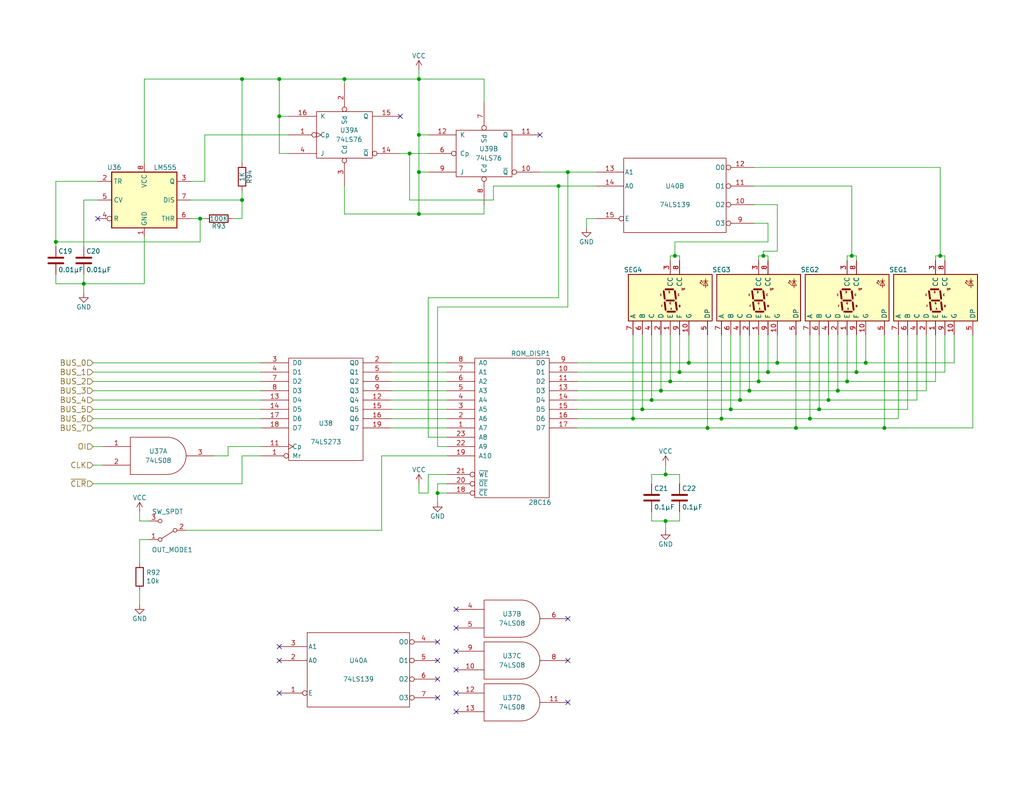
<source format=kicad_sch>
(kicad_sch (version 20211123) (generator eeschema)
  (paper "USLetter")
  (lib_symbols
    (symbol "8bit-computer:28C16" (pin_names (offset 1.016))
      (property "Reference" "U" (at 5.08 20.32 0))
      (property "Value" "28C16" (at 7.62 -20.32 0))
      (symbol "28C16_0_0"
        (pin power_in line (at 0 -20.32 90) (length 1.27) hide (name "GND") (number "12"))
        (pin power_in line (at 0 20.32 270) (length 1.27) hide (name "VCC") (number "24"))
      )
      (symbol "28C16_0_1"
        (rectangle (start -10.16 19.05) (end 10.16 -19.05))
      )
      (symbol "28C16_1_1"
        (pin input line (at -17.78 0 0) (length 7.62) (name "A7") (number "1"))
        (pin tri_state line (at 17.78 15.24 180) (length 7.62) (name "D1") (number "10"))
        (pin tri_state line (at 17.78 12.7 180) (length 7.62) (name "D2") (number "11"))
        (pin tri_state line (at 17.78 10.16 180) (length 7.62) (name "D3") (number "13"))
        (pin tri_state line (at 17.78 7.62 180) (length 7.62) (name "D4") (number "14"))
        (pin tri_state line (at 17.78 5.08 180) (length 7.62) (name "D5") (number "15"))
        (pin tri_state line (at 17.78 2.54 180) (length 7.62) (name "D6") (number "16"))
        (pin tri_state line (at 17.78 0 180) (length 7.62) (name "D7") (number "17"))
        (pin input inverted (at -17.78 -17.78 0) (length 7.62) (name "~{CE}") (number "18"))
        (pin input line (at -17.78 -7.62 0) (length 7.62) (name "A10") (number "19"))
        (pin input line (at -17.78 2.54 0) (length 7.62) (name "A6") (number "2"))
        (pin input inverted (at -17.78 -15.24 0) (length 7.62) (name "~{OE}") (number "20"))
        (pin input inverted (at -17.78 -12.7 0) (length 7.62) (name "~{WE}") (number "21"))
        (pin input line (at -17.78 -5.08 0) (length 7.62) (name "A9") (number "22"))
        (pin input line (at -17.78 -2.54 0) (length 7.62) (name "A8") (number "23"))
        (pin input line (at -17.78 5.08 0) (length 7.62) (name "A5") (number "3"))
        (pin input line (at -17.78 7.62 0) (length 7.62) (name "A4") (number "4"))
        (pin input line (at -17.78 10.16 0) (length 7.62) (name "A3") (number "5"))
        (pin input line (at -17.78 12.7 0) (length 7.62) (name "A2") (number "6"))
        (pin input line (at -17.78 15.24 0) (length 7.62) (name "A1") (number "7"))
        (pin input line (at -17.78 17.78 0) (length 7.62) (name "A0") (number "8"))
        (pin tri_state line (at 17.78 17.78 180) (length 7.62) (name "D0") (number "9"))
      )
    )
    (symbol "8bit-computer:74LS08" (pin_names (offset 0.762))
      (property "Reference" "U" (at 0 1.27 0))
      (property "Value" "74LS08" (at 0 -1.27 0))
      (symbol "74LS08_0_0"
        (pin power_in line (at -5.08 5.08 90) (length 0) hide (name "VCC") (number "14"))
        (pin power_in line (at -5.08 -5.08 90) (length 0) hide (name "GND") (number "7"))
      )
      (symbol "74LS08_0_1"
        (polyline (pts (xy 2.54 5.08) (xy -7.62 5.08) (xy -7.62 -5.08) (xy 2.54 -5.08)))
        (arc (start 2.5654 -5.0546) (mid 7.5947 0.0127) (end 2.5654 5.08))
      )
      (symbol "74LS08_0_2"
        (arc (start -7.62 -5.0292) (mid -5.3094 0.0127) (end -7.62 5.0546))
        (arc (start 0 -5.0546) (mid 4.5649 -3.6437) (end 7.5946 0.0508))
        (polyline (pts (xy -7.62 -5.08) (xy 0 -5.08)))
        (polyline (pts (xy -7.62 5.08) (xy 0 5.08)))
        (arc (start 7.62 0) (mid 4.6112 3.6959) (end 0.0508 5.08))
      )
      (symbol "74LS08_1_1"
        (pin input line (at -15.24 2.54 0) (length 7.62) (name "~") (number "1"))
        (pin input line (at -15.24 -2.54 0) (length 7.62) (name "~") (number "2"))
        (pin output line (at 15.24 0 180) (length 7.62) (name "~") (number "3"))
      )
      (symbol "74LS08_1_2"
        (pin input inverted (at -15.24 2.54 0) (length 9.398) (name "~") (number "1"))
        (pin input inverted (at -15.24 -2.54 0) (length 9.398) (name "~") (number "2"))
        (pin output inverted (at 15.24 0 180) (length 7.62) (name "~") (number "3"))
      )
      (symbol "74LS08_2_1"
        (pin input line (at -15.24 2.54 0) (length 7.62) (name "~") (number "4"))
        (pin input line (at -15.24 -2.54 0) (length 7.62) (name "~") (number "5"))
        (pin output line (at 15.24 0 180) (length 7.62) (name "~") (number "6"))
      )
      (symbol "74LS08_2_2"
        (pin input inverted (at -15.24 2.54 0) (length 9.398) (name "~") (number "4"))
        (pin input inverted (at -15.24 -2.54 0) (length 9.398) (name "~") (number "5"))
        (pin output inverted (at 15.24 0 180) (length 7.62) (name "~") (number "6"))
      )
      (symbol "74LS08_3_1"
        (pin input line (at -15.24 -2.54 0) (length 7.62) (name "~") (number "10"))
        (pin output line (at 15.24 0 180) (length 7.62) (name "~") (number "8"))
        (pin input line (at -15.24 2.54 0) (length 7.62) (name "~") (number "9"))
      )
      (symbol "74LS08_3_2"
        (pin input inverted (at -15.24 -2.54 0) (length 9.398) (name "~") (number "10"))
        (pin output inverted (at 15.24 0 180) (length 7.62) (name "~") (number "8"))
        (pin input inverted (at -15.24 2.54 0) (length 9.398) (name "~") (number "9"))
      )
      (symbol "74LS08_4_1"
        (pin output line (at 15.24 0 180) (length 7.62) (name "~") (number "11"))
        (pin input line (at -15.24 2.54 0) (length 7.62) (name "~") (number "12"))
        (pin input line (at -15.24 -2.54 0) (length 7.62) (name "~") (number "13"))
      )
      (symbol "74LS08_4_2"
        (pin output inverted (at 15.24 0 180) (length 7.62) (name "~") (number "11"))
        (pin input inverted (at -15.24 2.54 0) (length 9.398) (name "~") (number "12"))
        (pin input inverted (at -15.24 -2.54 0) (length 9.398) (name "~") (number "13"))
      )
    )
    (symbol "8bit-computer:74LS139" (pin_names (offset 0.254))
      (property "Reference" "U" (at 0 2.54 0))
      (property "Value" "74LS139" (at 0 -2.54 0))
      (symbol "74LS139_0_0"
        (rectangle (start -13.97 -10.16) (end 13.97 10.16))
        (pin power_in line (at -11.43 10.16 90) (length 0) hide (name "VCC") (number "16"))
        (pin power_in line (at -11.43 -10.16 90) (length 0) hide (name "GND") (number "8"))
      )
      (symbol "74LS139_1_1"
        (pin input inverted (at -21.59 -6.35 0) (length 7.62) (name "E") (number "1"))
        (pin input line (at -21.59 2.54 0) (length 7.62) (name "A0") (number "2"))
        (pin input line (at -21.59 6.35 0) (length 7.62) (name "A1") (number "3"))
        (pin output inverted (at 21.59 7.62 180) (length 7.62) (name "O0") (number "4"))
        (pin output inverted (at 21.59 2.54 180) (length 7.62) (name "O1") (number "5"))
        (pin output inverted (at 21.59 -2.54 180) (length 7.62) (name "O2") (number "6"))
        (pin output inverted (at 21.59 -7.62 180) (length 7.62) (name "O3") (number "7"))
      )
      (symbol "74LS139_2_1"
        (pin output inverted (at 21.59 -2.54 180) (length 7.62) (name "O2") (number "10"))
        (pin output inverted (at 21.59 2.54 180) (length 7.62) (name "O1") (number "11"))
        (pin output inverted (at 21.59 7.62 180) (length 7.62) (name "O0") (number "12"))
        (pin input line (at -21.59 6.35 0) (length 7.62) (name "A1") (number "13"))
        (pin input line (at -21.59 2.54 0) (length 7.62) (name "A0") (number "14"))
        (pin input inverted (at -21.59 -6.35 0) (length 7.62) (name "E") (number "15"))
        (pin output inverted (at 21.59 -7.62 180) (length 7.62) (name "O3") (number "9"))
      )
    )
    (symbol "8bit-computer:74LS273" (pin_names (offset 1.016))
      (property "Reference" "U" (at 0 -3.81 0))
      (property "Value" "74LS273" (at 0 -8.89 0))
      (symbol "74LS273_0_0"
        (pin power_in line (at -7.62 -13.97 90) (length 0) hide (name "GND") (number "10"))
        (pin power_in line (at -7.62 13.97 90) (length 0) hide (name "VCC") (number "20"))
      )
      (symbol "74LS273_0_1"
        (rectangle (start -10.16 13.97) (end 10.16 -13.97))
      )
      (symbol "74LS273_1_1"
        (pin input inverted (at -17.78 -12.7 0) (length 7.62) (name "Mr") (number "1"))
        (pin input clock (at -17.78 -10.16 0) (length 7.62) (name "Cp") (number "11"))
        (pin output line (at 17.78 2.54 180) (length 7.62) (name "Q4") (number "12"))
        (pin input line (at -17.78 2.54 0) (length 7.62) (name "D4") (number "13"))
        (pin input line (at -17.78 0 0) (length 7.62) (name "D5") (number "14"))
        (pin output line (at 17.78 0 180) (length 7.62) (name "Q5") (number "15"))
        (pin output line (at 17.78 -2.54 180) (length 7.62) (name "Q6") (number "16"))
        (pin input line (at -17.78 -2.54 0) (length 7.62) (name "D6") (number "17"))
        (pin input line (at -17.78 -5.08 0) (length 7.62) (name "D7") (number "18"))
        (pin output line (at 17.78 -5.08 180) (length 7.62) (name "Q7") (number "19"))
        (pin output line (at 17.78 12.7 180) (length 7.62) (name "Q0") (number "2"))
        (pin input line (at -17.78 12.7 0) (length 7.62) (name "D0") (number "3"))
        (pin input line (at -17.78 10.16 0) (length 7.62) (name "D1") (number "4"))
        (pin output line (at 17.78 10.16 180) (length 7.62) (name "Q1") (number "5"))
        (pin output line (at 17.78 7.62 180) (length 7.62) (name "Q2") (number "6"))
        (pin input line (at -17.78 7.62 0) (length 7.62) (name "D2") (number "7"))
        (pin input line (at -17.78 5.08 0) (length 7.62) (name "D3") (number "8"))
        (pin output line (at 17.78 5.08 180) (length 7.62) (name "Q3") (number "9"))
      )
    )
    (symbol "8bit-computer:74LS76" (pin_names (offset 1.016))
      (property "Reference" "U" (at 1.27 1.27 0))
      (property "Value" "74LS76" (at 1.27 -1.27 0))
      (symbol "74LS76_0_0"
        (pin power_in line (at -5.08 -6.35 90) (length 0) hide (name "GND") (number "13"))
        (pin power_in line (at -5.08 6.35 90) (length 0) hide (name "VCC") (number "5"))
      )
      (symbol "74LS76_0_1"
        (rectangle (start -7.62 6.35) (end 7.62 -6.35))
      )
      (symbol "74LS76_1_1"
        (pin input inverted_clock (at -15.24 0 0) (length 7.62) (name "Cp") (number "1"))
        (pin output inverted (at 15.24 -5.08 180) (length 7.62) (name "~{Q}") (number "14"))
        (pin output line (at 15.24 5.08 180) (length 7.62) (name "Q") (number "15"))
        (pin input line (at -15.24 5.08 0) (length 7.62) (name "K") (number "16"))
        (pin input inverted (at 0 13.97 270) (length 7.62) (name "Sd") (number "2"))
        (pin input inverted (at 0 -13.97 90) (length 7.62) (name "Cd") (number "3"))
        (pin input line (at -15.24 -5.08 0) (length 7.62) (name "J") (number "4"))
      )
      (symbol "74LS76_2_1"
        (pin output inverted (at 15.24 -5.08 180) (length 7.62) (name "~{Q}") (number "10"))
        (pin output line (at 15.24 5.08 180) (length 7.62) (name "Q") (number "11"))
        (pin input line (at -15.24 5.08 0) (length 7.62) (name "K") (number "12"))
        (pin input inverted (at -15.24 0 0) (length 7.62) (name "Cp") (number "6"))
        (pin input inverted (at 0 13.97 270) (length 7.62) (name "Sd") (number "7"))
        (pin input inverted (at 0 -13.97 90) (length 7.62) (name "Cd") (number "8"))
        (pin input line (at -15.24 -5.08 0) (length 7.62) (name "J") (number "9"))
      )
    )
    (symbol "8bit-computer:7SEGMENT_CC" (pin_names (offset 0.635))
      (property "Reference" "U" (at -12.7 9.525 0))
      (property "Value" "7SEGMENT_CC" (at -12.7 7.62 0))
      (symbol "7SEGMENT_CC_0_0"
        (text "A" (at 0.254 3.048 0) (effects (font (size 0.508 0.508))))
        (text "B" (at 2.54 2.286 0) (effects (font (size 0.508 0.508))))
        (text "C" (at 2.286 -0.762 0) (effects (font (size 0.508 0.508))))
        (text "D" (at -0.254 -1.524 0) (effects (font (size 0.508 0.508))))
        (text "DP" (at 3.556 -2.286 0) (effects (font (size 0.508 0.508))))
        (text "E" (at -2.54 -0.762 0) (effects (font (size 0.508 0.508))))
        (text "F" (at -2.286 2.286 0) (effects (font (size 0.508 0.508))))
        (text "G" (at 0 1.524 0) (effects (font (size 0.508 0.508))))
      )
      (symbol "7SEGMENT_CC_0_1"
        (rectangle (start -11.43 -6.35) (end 11.43 6.35) (stroke (width 0.254)) (fill (type background)))
        (polyline (pts (xy -1.524 0.254) (xy -1.778 -1.778)) (stroke (width 0.508)))
        (polyline (pts (xy -1.27 -2.286) (xy 0.762 -2.286)) (stroke (width 0.508)))
        (polyline (pts (xy -1.27 3.302) (xy -1.524 1.27)) (stroke (width 0.508)))
        (polyline (pts (xy -1.016 0.762) (xy 1.016 0.762)) (stroke (width 0.508)))
        (polyline (pts (xy -0.762 3.81) (xy 1.27 3.81)) (stroke (width 0.508)))
        (polyline (pts (xy 1.524 0.254) (xy 1.27 -1.778)) (stroke (width 0.508)))
        (polyline (pts (xy 1.778 3.302) (xy 1.524 1.27)) (stroke (width 0.508)))
        (polyline (pts (xy 2.54 -2.286) (xy 2.54 -2.286)) (stroke (width 0.508)))
        (polyline (pts (xy 8.763 -3.556) (xy 8.128 -4.191)))
        (polyline (pts (xy 9.017 -4.572) (xy 10.287 -4.572)))
        (polyline (pts (xy 9.017 -4.064) (xy 8.382 -4.699)))
        (polyline (pts (xy 9.652 -5.207) (xy 9.652 -2.667)))
        (polyline (pts (xy 8.128 -3.937) (xy 8.128 -4.191) (xy 8.382 -4.191)))
        (polyline (pts (xy 8.382 -4.445) (xy 8.382 -4.699) (xy 8.636 -4.699)))
        (polyline (pts (xy 9.017 -3.302) (xy 10.287 -3.302) (xy 9.652 -4.572) (xy 9.017 -3.302)))
      )
      (symbol "7SEGMENT_CC_1_1"
        (pin input line (at 0 10.16 270) (length 3.81) (name "E") (number "1"))
        (pin input line (at 5.08 10.16 270) (length 3.81) (name "G") (number "10"))
        (pin input line (at -2.54 10.16 270) (length 3.81) (name "D") (number "2"))
        (pin input line (at 0 -10.16 90) (length 3.81) (name "CC") (number "3"))
        (pin input line (at -5.08 10.16 270) (length 3.81) (name "C") (number "4"))
        (pin input line (at 10.16 10.16 270) (length 3.81) (name "DP") (number "5"))
        (pin input line (at -7.62 10.16 270) (length 3.81) (name "B") (number "6"))
        (pin input line (at -10.16 10.16 270) (length 3.81) (name "A") (number "7"))
        (pin input line (at 2.54 -10.16 90) (length 3.81) (name "CC") (number "8"))
        (pin input line (at 2.54 10.16 270) (length 3.81) (name "F") (number "9"))
      )
    )
    (symbol "8bit-computer:LM555"
      (property "Reference" "U" (at -10.16 8.89 0))
      (property "Value" "LM555" (at 2.54 8.89 0))
      (symbol "LM555_0_0"
        (pin power_in line (at 0 -10.16 90) (length 2.54) (name "GND") (number "1"))
        (pin power_in line (at 0 10.16 270) (length 2.54) (name "VCC") (number "8"))
      )
      (symbol "LM555_0_1"
        (rectangle (start -8.89 -7.62) (end 8.89 7.62) (stroke (width 0.254)) (fill (type background)))
        (rectangle (start -8.89 -7.62) (end 8.89 7.62) (stroke (width 0.254)) (fill (type background)))
      )
      (symbol "LM555_1_1"
        (pin input line (at -12.7 5.08 0) (length 3.81) (name "TR") (number "2"))
        (pin output line (at 12.7 5.08 180) (length 3.81) (name "Q") (number "3"))
        (pin input inverted (at -12.7 -5.08 0) (length 3.81) (name "R") (number "4"))
        (pin input line (at -12.7 0 0) (length 3.81) (name "CV") (number "5"))
        (pin input line (at 12.7 -5.08 180) (length 3.81) (name "THR") (number "6"))
        (pin input line (at 12.7 0 180) (length 3.81) (name "DIS") (number "7"))
      )
    )
    (symbol "8bit-computer:SW_SPDT" (pin_names (offset 0) hide)
      (property "Reference" "SW" (at 0 4.318 0))
      (property "Value" "SW_SPDT" (at 0 -5.08 0))
      (symbol "SW_SPDT_0_0"
        (circle (center -2.032 0) (radius 0.508))
        (circle (center 2.032 -2.54) (radius 0.508))
      )
      (symbol "SW_SPDT_0_1"
        (polyline (pts (xy -1.524 0.254) (xy 1.651 2.286)))
        (circle (center 2.032 2.54) (radius 0.508))
      )
      (symbol "SW_SPDT_1_1"
        (pin passive line (at 5.08 2.54 180) (length 2.54) (name "A") (number "1"))
        (pin passive line (at -5.08 0 0) (length 2.54) (name "B") (number "2"))
        (pin passive line (at 5.08 -2.54 180) (length 2.54) (name "C") (number "3"))
      )
    )
    (symbol "Device:C" (pin_numbers hide) (pin_names (offset 0.254))
      (property "Reference" "C" (at 0.635 2.54 0))
      (property "Value" "C" (at 0.635 -2.54 0))
      (symbol "C_0_1"
        (polyline (pts (xy -2.032 -0.762) (xy 2.032 -0.762)) (stroke (width 0.508)))
        (polyline (pts (xy -2.032 0.762) (xy 2.032 0.762)) (stroke (width 0.508)))
      )
      (symbol "C_1_1"
        (pin passive line (at 0 3.81 270) (length 2.794) (name "~") (number "1"))
        (pin passive line (at 0 -3.81 90) (length 2.794) (name "~") (number "2"))
      )
    )
    (symbol "Device:R" (pin_numbers hide) (pin_names (offset 0))
      (property "Reference" "R" (at 2.032 0 90))
      (property "Value" "R" (at 0 0 90))
      (symbol "R_0_1"
        (rectangle (start -1.016 -2.54) (end 1.016 2.54) (stroke (width 0.254)))
      )
      (symbol "R_1_1"
        (pin passive line (at 0 3.81 270) (length 1.27) (name "~") (number "1"))
        (pin passive line (at 0 -3.81 90) (length 1.27) (name "~") (number "2"))
      )
    )
    (symbol "power:GND" (power) (pin_names (offset 0))
      (property "Value" "GND" (at 0 -3.81 0))
      (symbol "GND_0_1"
        (polyline (pts (xy 0 0) (xy 0 -1.27) (xy 1.27 -1.27) (xy 0 -2.54) (xy -1.27 -1.27) (xy 0 -1.27)))
      )
      (symbol "GND_1_1"
        (pin power_in line (at 0 0 270) (length 0) hide (name "GND") (number "1"))
      )
    )
    (symbol "power:VCC" (power) (pin_names (offset 0))
      (property "Value" "VCC" (at 0 3.81 0))
      (symbol "VCC_0_1"
        (polyline (pts (xy -0.762 1.27) (xy 0 2.54)))
        (polyline (pts (xy 0 0) (xy 0 2.54)))
        (polyline (pts (xy 0 2.54) (xy 0.762 1.27)))
      )
      (symbol "VCC_1_1"
        (pin power_in line (at 0 0 90) (length 0) hide (name "VCC") (number "1"))
      )
    )
  )
  (junction (at 54.61 59.69))
  (junction (at 114.3 36.83))
  (junction (at 180.34 106.68))
  (junction (at 93.98 21.59))
  (junction (at 114.3 46.99))
  (junction (at 231.14 104.14))
  (junction (at 233.68 101.6))
  (junction (at 181.61 142.24))
  (junction (at 175.26 111.76))
  (junction (at 66.04 54.61))
  (junction (at 196.85 114.3))
  (junction (at 217.17 116.84))
  (junction (at 152.4 50.8))
  (junction (at 182.88 104.14))
  (junction (at 187.96 99.06))
  (junction (at 119.38 134.62))
  (junction (at 209.55 101.6))
  (junction (at 181.61 129.54))
  (junction (at 201.93 109.22))
  (junction (at 228.6 106.68))
  (junction (at 22.86 77.47))
  (junction (at 66.04 21.59))
  (junction (at 236.22 99.06))
  (junction (at 185.42 101.6))
  (junction (at 241.3 116.84))
  (junction (at 184.15 69.85))
  (junction (at 226.06 109.22))
  (junction (at 256.54 69.85))
  (junction (at 212.09 99.06))
  (junction (at 114.3 21.59))
  (junction (at 111.76 41.91))
  (junction (at 114.3 58.42))
  (junction (at 223.52 111.76))
  (junction (at 15.24 66.04))
  (junction (at 204.47 106.68))
  (junction (at 154.94 46.99))
  (junction (at 193.04 116.84))
  (junction (at 172.72 114.3))
  (junction (at 76.2 31.75))
  (junction (at 208.28 69.85))
  (junction (at 220.98 114.3))
  (junction (at 207.01 104.14))
  (junction (at 232.41 69.85))
  (junction (at 76.2 21.59))
  (junction (at 177.8 109.22))
  (junction (at 199.39 111.76))
  (no_connect (at 76.2 176.53))
  (no_connect (at 124.46 189.23))
  (no_connect (at 124.46 194.31))
  (no_connect (at 154.94 191.77))
  (no_connect (at 119.38 190.5))
  (no_connect (at 119.38 185.42))
  (no_connect (at 147.32 36.83))
  (no_connect (at 154.94 168.91))
  (no_connect (at 119.38 180.34))
  (no_connect (at 76.2 180.34))
  (no_connect (at 124.46 166.37))
  (no_connect (at 76.2 189.23))
  (no_connect (at 124.46 182.88))
  (no_connect (at 124.46 177.8))
  (no_connect (at 26.67 59.69))
  (no_connect (at 154.94 180.34))
  (no_connect (at 109.22 31.75))
  (no_connect (at 119.38 175.26))
  (no_connect (at 124.46 171.45))
  (wire (pts (xy 25.4 116.84) (xy 71.12 116.84)))
  (wire (pts (xy 193.04 91.44) (xy 193.04 116.84)))
  (wire (pts (xy 106.68 116.84) (xy 121.92 116.84)))
  (wire (pts (xy 184.15 69.85) (xy 185.42 69.85)))
  (wire (pts (xy 54.61 59.69) (xy 54.61 66.04)))
  (wire (pts (xy 114.3 21.59) (xy 132.08 21.59)))
  (wire (pts (xy 25.4 106.68) (xy 71.12 106.68)))
  (wire (pts (xy 184.15 69.85) (xy 184.15 66.04)))
  (wire (pts (xy 231.14 104.14) (xy 255.27 104.14)))
  (wire (pts (xy 121.92 106.68) (xy 106.68 106.68)))
  (wire (pts (xy 132.08 21.59) (xy 132.08 27.94)))
  (wire (pts (xy 260.35 99.06) (xy 260.35 91.44)))
  (wire (pts (xy 76.2 31.75) (xy 78.74 31.75)))
  (wire (pts (xy 177.8 109.22) (xy 201.93 109.22)))
  (wire (pts (xy 220.98 114.3) (xy 220.98 91.44)))
  (wire (pts (xy 114.3 19.05) (xy 114.3 21.59)))
  (wire (pts (xy 157.48 104.14) (xy 182.88 104.14)))
  (wire (pts (xy 71.12 109.22) (xy 25.4 109.22)))
  (wire (pts (xy 255.27 69.85) (xy 256.54 69.85)))
  (wire (pts (xy 185.42 129.54) (xy 185.42 132.08)))
  (wire (pts (xy 204.47 106.68) (xy 204.47 91.44)))
  (wire (pts (xy 38.1 142.24) (xy 40.64 142.24)))
  (wire (pts (xy 175.26 111.76) (xy 199.39 111.76)))
  (wire (pts (xy 106.68 109.22) (xy 121.92 109.22)))
  (wire (pts (xy 104.14 124.46) (xy 121.92 124.46)))
  (wire (pts (xy 93.98 58.42) (xy 114.3 58.42)))
  (wire (pts (xy 157.48 109.22) (xy 177.8 109.22)))
  (wire (pts (xy 212.09 99.06) (xy 212.09 91.44)))
  (wire (pts (xy 25.4 101.6) (xy 71.12 101.6)))
  (wire (pts (xy 111.76 41.91) (xy 111.76 54.61)))
  (wire (pts (xy 162.56 59.69) (xy 160.02 59.69)))
  (wire (pts (xy 119.38 83.82) (xy 154.94 83.82)))
  (wire (pts (xy 76.2 21.59) (xy 93.98 21.59)))
  (wire (pts (xy 93.98 21.59) (xy 93.98 22.86)))
  (wire (pts (xy 160.02 59.69) (xy 160.02 62.23)))
  (wire (pts (xy 15.24 74.93) (xy 15.24 77.47)))
  (wire (pts (xy 207.01 71.12) (xy 207.01 69.85)))
  (wire (pts (xy 152.4 50.8) (xy 162.56 50.8)))
  (wire (pts (xy 207.01 69.85) (xy 208.28 69.85)))
  (wire (pts (xy 184.15 66.04) (xy 209.55 66.04)))
  (wire (pts (xy 66.04 54.61) (xy 66.04 59.69)))
  (wire (pts (xy 15.24 77.47) (xy 22.86 77.47)))
  (wire (pts (xy 223.52 111.76) (xy 247.65 111.76)))
  (wire (pts (xy 66.04 21.59) (xy 66.04 44.45)))
  (wire (pts (xy 193.04 116.84) (xy 217.17 116.84)))
  (wire (pts (xy 217.17 116.84) (xy 217.17 91.44)))
  (wire (pts (xy 119.38 134.62) (xy 121.92 134.62)))
  (wire (pts (xy 177.8 139.7) (xy 177.8 142.24)))
  (wire (pts (xy 226.06 109.22) (xy 250.19 109.22)))
  (wire (pts (xy 157.48 101.6) (xy 185.42 101.6)))
  (wire (pts (xy 231.14 71.12) (xy 231.14 69.85)))
  (wire (pts (xy 196.85 114.3) (xy 196.85 91.44)))
  (wire (pts (xy 208.28 69.85) (xy 209.55 69.85)))
  (wire (pts (xy 106.68 104.14) (xy 121.92 104.14)))
  (wire (pts (xy 157.48 114.3) (xy 172.72 114.3)))
  (wire (pts (xy 58.42 124.46) (xy 62.23 124.46)))
  (wire (pts (xy 205.74 45.72) (xy 256.54 45.72)))
  (wire (pts (xy 106.68 99.06) (xy 121.92 99.06)))
  (wire (pts (xy 15.24 49.53) (xy 15.24 66.04)))
  (wire (pts (xy 119.38 134.62) (xy 119.38 137.16)))
  (wire (pts (xy 182.88 69.85) (xy 184.15 69.85)))
  (wire (pts (xy 22.86 77.47) (xy 22.86 80.01)))
  (wire (pts (xy 232.41 69.85) (xy 232.41 50.8)))
  (wire (pts (xy 177.8 142.24) (xy 181.61 142.24)))
  (wire (pts (xy 39.37 77.47) (xy 39.37 64.77)))
  (wire (pts (xy 25.4 121.92) (xy 27.94 121.92)))
  (wire (pts (xy 38.1 161.29) (xy 38.1 165.1)))
  (wire (pts (xy 199.39 111.76) (xy 199.39 91.44)))
  (wire (pts (xy 257.81 101.6) (xy 257.81 91.44)))
  (wire (pts (xy 114.3 58.42) (xy 132.08 58.42)))
  (wire (pts (xy 223.52 111.76) (xy 223.52 91.44)))
  (wire (pts (xy 185.42 69.85) (xy 185.42 71.12)))
  (wire (pts (xy 106.68 114.3) (xy 121.92 114.3)))
  (wire (pts (xy 256.54 45.72) (xy 256.54 69.85)))
  (wire (pts (xy 71.12 104.14) (xy 25.4 104.14)))
  (wire (pts (xy 114.3 46.99) (xy 116.84 46.99)))
  (wire (pts (xy 209.55 66.04) (xy 209.55 60.96)))
  (wire (pts (xy 201.93 109.22) (xy 226.06 109.22)))
  (wire (pts (xy 250.19 109.22) (xy 250.19 91.44)))
  (wire (pts (xy 66.04 59.69) (xy 63.5 59.69)))
  (wire (pts (xy 121.92 111.76) (xy 106.68 111.76)))
  (wire (pts (xy 252.73 106.68) (xy 252.73 91.44)))
  (wire (pts (xy 181.61 142.24) (xy 181.61 144.78)))
  (wire (pts (xy 236.22 99.06) (xy 260.35 99.06)))
  (wire (pts (xy 106.68 101.6) (xy 121.92 101.6)))
  (wire (pts (xy 157.48 111.76) (xy 175.26 111.76)))
  (wire (pts (xy 199.39 111.76) (xy 223.52 111.76)))
  (wire (pts (xy 232.41 69.85) (xy 233.68 69.85)))
  (wire (pts (xy 134.62 50.8) (xy 152.4 50.8)))
  (wire (pts (xy 50.8 144.78) (xy 104.14 144.78)))
  (wire (pts (xy 180.34 106.68) (xy 204.47 106.68)))
  (wire (pts (xy 15.24 66.04) (xy 15.24 67.31)))
  (wire (pts (xy 93.98 50.8) (xy 93.98 58.42)))
  (wire (pts (xy 245.11 114.3) (xy 245.11 91.44)))
  (wire (pts (xy 209.55 69.85) (xy 209.55 71.12)))
  (wire (pts (xy 54.61 59.69) (xy 55.88 59.69)))
  (wire (pts (xy 25.4 111.76) (xy 71.12 111.76)))
  (wire (pts (xy 116.84 134.62) (xy 116.84 129.54)))
  (wire (pts (xy 39.37 21.59) (xy 39.37 44.45)))
  (wire (pts (xy 255.27 104.14) (xy 255.27 91.44)))
  (wire (pts (xy 26.67 49.53) (xy 15.24 49.53)))
  (wire (pts (xy 212.09 55.88) (xy 205.74 55.88)))
  (wire (pts (xy 185.42 101.6) (xy 209.55 101.6)))
  (wire (pts (xy 209.55 60.96) (xy 205.74 60.96)))
  (wire (pts (xy 40.64 147.32) (xy 38.1 147.32)))
  (wire (pts (xy 66.04 21.59) (xy 76.2 21.59)))
  (wire (pts (xy 114.3 132.08) (xy 114.3 134.62)))
  (wire (pts (xy 116.84 81.28) (xy 116.84 119.38)))
  (wire (pts (xy 38.1 147.32) (xy 38.1 153.67)))
  (wire (pts (xy 93.98 21.59) (xy 114.3 21.59)))
  (wire (pts (xy 154.94 83.82) (xy 154.94 46.99)))
  (wire (pts (xy 119.38 132.08) (xy 119.38 134.62)))
  (wire (pts (xy 52.07 49.53) (xy 55.88 49.53)))
  (wire (pts (xy 233.68 101.6) (xy 257.81 101.6)))
  (wire (pts (xy 241.3 116.84) (xy 241.3 91.44)))
  (wire (pts (xy 22.86 77.47) (xy 39.37 77.47)))
  (wire (pts (xy 157.48 106.68) (xy 180.34 106.68)))
  (wire (pts (xy 55.88 36.83) (xy 78.74 36.83)))
  (wire (pts (xy 116.84 129.54) (xy 121.92 129.54)))
  (wire (pts (xy 177.8 132.08) (xy 177.8 129.54)))
  (wire (pts (xy 134.62 50.8) (xy 134.62 54.61)))
  (wire (pts (xy 247.65 111.76) (xy 247.65 91.44)))
  (wire (pts (xy 62.23 121.92) (xy 71.12 121.92)))
  (wire (pts (xy 66.04 132.08) (xy 66.04 124.46)))
  (wire (pts (xy 212.09 68.58) (xy 212.09 55.88)))
  (wire (pts (xy 52.07 59.69) (xy 54.61 59.69)))
  (wire (pts (xy 228.6 106.68) (xy 228.6 91.44)))
  (wire (pts (xy 172.72 91.44) (xy 172.72 114.3)))
  (wire (pts (xy 26.67 54.61) (xy 22.86 54.61)))
  (wire (pts (xy 181.61 127) (xy 181.61 129.54)))
  (wire (pts (xy 226.06 109.22) (xy 226.06 91.44)))
  (wire (pts (xy 208.28 68.58) (xy 212.09 68.58)))
  (wire (pts (xy 177.8 129.54) (xy 181.61 129.54)))
  (wire (pts (xy 256.54 69.85) (xy 257.81 69.85)))
  (wire (pts (xy 233.68 69.85) (xy 233.68 71.12)))
  (wire (pts (xy 54.61 66.04) (xy 15.24 66.04)))
  (wire (pts (xy 187.96 99.06) (xy 187.96 91.44)))
  (wire (pts (xy 220.98 114.3) (xy 245.11 114.3)))
  (wire (pts (xy 231.14 104.14) (xy 231.14 91.44)))
  (wire (pts (xy 209.55 101.6) (xy 233.68 101.6)))
  (wire (pts (xy 207.01 104.14) (xy 231.14 104.14)))
  (wire (pts (xy 114.3 36.83) (xy 116.84 36.83)))
  (wire (pts (xy 147.32 46.99) (xy 154.94 46.99)))
  (wire (pts (xy 208.28 69.85) (xy 208.28 68.58)))
  (wire (pts (xy 111.76 41.91) (xy 116.84 41.91)))
  (wire (pts (xy 236.22 99.06) (xy 236.22 91.44)))
  (wire (pts (xy 114.3 36.83) (xy 114.3 46.99)))
  (wire (pts (xy 181.61 129.54) (xy 185.42 129.54)))
  (wire (pts (xy 116.84 119.38) (xy 121.92 119.38)))
  (wire (pts (xy 39.37 21.59) (xy 66.04 21.59)))
  (wire (pts (xy 22.86 54.61) (xy 22.86 67.31)))
  (wire (pts (xy 181.61 142.24) (xy 185.42 142.24)))
  (wire (pts (xy 233.68 91.44) (xy 233.68 101.6)))
  (wire (pts (xy 66.04 52.07) (xy 66.04 54.61)))
  (wire (pts (xy 25.4 127) (xy 27.94 127)))
  (wire (pts (xy 231.14 69.85) (xy 232.41 69.85)))
  (wire (pts (xy 232.41 50.8) (xy 205.74 50.8)))
  (wire (pts (xy 52.07 54.61) (xy 66.04 54.61)))
  (wire (pts (xy 255.27 71.12) (xy 255.27 69.85)))
  (wire (pts (xy 182.88 91.44) (xy 182.88 104.14)))
  (wire (pts (xy 55.88 49.53) (xy 55.88 36.83)))
  (wire (pts (xy 172.72 114.3) (xy 196.85 114.3)))
  (wire (pts (xy 180.34 106.68) (xy 180.34 91.44)))
  (wire (pts (xy 119.38 83.82) (xy 119.38 121.92)))
  (wire (pts (xy 114.3 46.99) (xy 114.3 58.42)))
  (wire (pts (xy 25.4 132.08) (xy 66.04 132.08)))
  (wire (pts (xy 119.38 121.92) (xy 121.92 121.92)))
  (wire (pts (xy 185.42 142.24) (xy 185.42 139.7)))
  (wire (pts (xy 76.2 21.59) (xy 76.2 31.75)))
  (wire (pts (xy 132.08 58.42) (xy 132.08 55.88)))
  (wire (pts (xy 204.47 106.68) (xy 228.6 106.68)))
  (wire (pts (xy 257.81 69.85) (xy 257.81 71.12)))
  (wire (pts (xy 209.55 91.44) (xy 209.55 101.6)))
  (wire (pts (xy 177.8 109.22) (xy 177.8 91.44)))
  (wire (pts (xy 201.93 109.22) (xy 201.93 91.44)))
  (wire (pts (xy 182.88 71.12) (xy 182.88 69.85)))
  (wire (pts (xy 152.4 81.28) (xy 116.84 81.28)))
  (wire (pts (xy 241.3 116.84) (xy 265.43 116.84)))
  (wire (pts (xy 185.42 101.6) (xy 185.42 91.44)))
  (wire (pts (xy 187.96 99.06) (xy 212.09 99.06)))
  (wire (pts (xy 22.86 74.93) (xy 22.86 77.47)))
  (wire (pts (xy 175.26 111.76) (xy 175.26 91.44)))
  (wire (pts (xy 76.2 31.75) (xy 76.2 41.91)))
  (wire (pts (xy 76.2 41.91) (xy 78.74 41.91)))
  (wire (pts (xy 217.17 116.84) (xy 241.3 116.84)))
  (wire (pts (xy 196.85 114.3) (xy 220.98 114.3)))
  (wire (pts (xy 38.1 139.7) (xy 38.1 142.24)))
  (wire (pts (xy 114.3 134.62) (xy 116.84 134.62)))
  (wire (pts (xy 157.48 116.84) (xy 193.04 116.84)))
  (wire (pts (xy 62.23 124.46) (xy 62.23 121.92)))
  (wire (pts (xy 109.22 41.91) (xy 111.76 41.91)))
  (wire (pts (xy 104.14 144.78) (xy 104.14 124.46)))
  (wire (pts (xy 157.48 99.06) (xy 187.96 99.06)))
  (wire (pts (xy 207.01 104.14) (xy 207.01 91.44)))
  (wire (pts (xy 154.94 46.99) (xy 162.56 46.99)))
  (wire (pts (xy 121.92 132.08) (xy 119.38 132.08)))
  (wire (pts (xy 212.09 99.06) (xy 236.22 99.06)))
  (wire (pts (xy 66.04 124.46) (xy 71.12 124.46)))
  (wire (pts (xy 114.3 21.59) (xy 114.3 36.83)))
  (wire (pts (xy 71.12 114.3) (xy 25.4 114.3)))
  (wire (pts (xy 134.62 54.61) (xy 111.76 54.61)))
  (wire (pts (xy 228.6 106.68) (xy 252.73 106.68)))
  (wire (pts (xy 152.4 50.8) (xy 152.4 81.28)))
  (wire (pts (xy 265.43 116.84) (xy 265.43 91.44)))
  (wire (pts (xy 182.88 104.14) (xy 207.01 104.14)))
  (wire (pts (xy 71.12 99.06) (xy 25.4 99.06)))
  (hierarchical_label "CLK" (shape input) (at 25.4 127 180) (effects (font (size 1.524 1.524))))
  (hierarchical_label "BUS_5" (shape input) (at 25.4 111.76 180) (effects (font (size 1.524 1.524))))
  (hierarchical_label "~{CLR}" (shape input) (at 25.4 132.08 180) (effects (font (size 1.524 1.524))))
  (hierarchical_label "BUS_4" (shape input) (at 25.4 109.22 180) (effects (font (size 1.524 1.524))))
  (hierarchical_label "BUS_7" (shape input) (at 25.4 116.84 180) (effects (font (size 1.524 1.524))))
  (hierarchical_label "BUS_1" (shape input) (at 25.4 101.6 180) (effects (font (size 1.524 1.524))))
  (hierarchical_label "OI" (shape input) (at 25.4 121.92 180) (effects (font (size 1.524 1.524))))
  (hierarchical_label "BUS_0" (shape input) (at 25.4 99.06 180) (effects (font (size 1.524 1.524))))
  (hierarchical_label "BUS_6" (shape input) (at 25.4 114.3 180) (effects (font (size 1.524 1.524))))
  (hierarchical_label "BUS_2" (shape input) (at 25.4 104.14 180) (effects (font (size 1.524 1.524))))
  (hierarchical_label "BUS_3" (shape input) (at 25.4 106.68 180) (effects (font (size 1.524 1.524))))
  (symbol (lib_id "8bit-computer:28C16") (at 139.7 116.84 0) (unit 1)
    (property "Reference" "ROM_DISP1" (at 144.78 96.52 0))
    (property "Value" "28C16" (at 147.32 137.16 0))
    (property "Footprint" "Package_DIP:DIP-24_W15.24mm_Socket" (effects hide))
  )
  (symbol (lib_id "8bit-computer:7SEGMENT_CC") (at 255.27 81.28 0) (mirror x) (unit 1)
    (property "Reference" "SEG1" (at 247.65 73.66 0) (effects (justify right)))
    (property "Value" "7SEGMENT_CC" (effects hide))
    (property "Footprint" "Display_7Segment:7SegmentLED_LTS6760_LTS6780" (effects hide))
  )
  (symbol (lib_id "8bit-computer:7SEGMENT_CC") (at 231.14 81.28 0) (mirror x) (unit 1)
    (property "Reference" "SEG2" (at 223.52 73.66 0) (effects (justify right)))
    (property "Value" "7SEGMENT_CC" (effects hide))
    (property "Footprint" "Display_7Segment:7SegmentLED_LTS6760_LTS6780" (effects hide))
  )
  (symbol (lib_id "8bit-computer:7SEGMENT_CC") (at 182.88 81.28 0) (mirror x) (unit 1)
    (property "Reference" "SEG4" (at 175.26 73.66 0) (effects (justify right)))
    (property "Value" "7SEGMENT_CC" (effects hide))
    (property "Footprint" "Display_7Segment:7SegmentLED_LTS6760_LTS6780" (effects hide))
  )
  (symbol (lib_id "8bit-computer:7SEGMENT_CC") (at 207.01 81.28 0) (mirror x) (unit 1)
    (property "Reference" "SEG3" (at 199.39 73.66 0) (effects (justify right)))
    (property "Value" "7SEGMENT_CC" (effects hide))
    (property "Footprint" "Display_7Segment:7SegmentLED_LTS6760_LTS6780" (effects hide))
  )
  (symbol (lib_id "Device:R") (at 66.04 48.26 0) (unit 1)
    (property "Reference" "R94" (at 68.072 48.26 90))
    (property "Value" "1K" (at 66.04 48.26 90))
    (property "Footprint" "Resistor_THT:R_Axial_DIN0207_L6.3mm_D2.5mm_P7.62mm_Horizontal" (effects hide))
  )
  (symbol (lib_id "Device:R") (at 59.69 59.69 270) (unit 1)
    (property "Reference" "R93" (at 59.69 61.722 90))
    (property "Value" "100K" (at 59.69 59.69 90))
    (property "Footprint" "Resistor_THT:R_Axial_DIN0207_L6.3mm_D2.5mm_P7.62mm_Horizontal" (effects hide))
  )
  (symbol (lib_id "Device:C") (at 22.86 71.12 0) (unit 1)
    (property "Reference" "C20" (at 23.495 68.58 0) (effects (justify left)))
    (property "Value" "0.01µF" (at 23.495 73.66 0) (effects (justify left)))
    (property "Footprint" "Capacitor_THT:C_Disc_D4.3mm_W1.9mm_P5.00mm" (effects hide))
  )
  (symbol (lib_id "Device:C") (at 15.24 71.12 0) (unit 1)
    (property "Reference" "C19" (at 15.875 68.58 0) (effects (justify left)))
    (property "Value" "0.01µF" (at 15.875 73.66 0) (effects (justify left)))
    (property "Footprint" "Capacitor_THT:C_Disc_D4.3mm_W1.9mm_P5.00mm" (effects hide))
  )
  (symbol (lib_id "8bit-computer:LM555") (at 39.37 54.61 0) (unit 1)
    (property "Reference" "U36" (at 29.21 45.72 0) (effects (justify left)))
    (property "Value" "LM555" (at 41.91 45.72 0) (effects (justify left)))
    (property "Footprint" "Package_DIP:DIP-8_W7.62mm" (effects hide))
  )
  (symbol (lib_id "8bit-computer:74LS08") (at 43.18 124.46 0) (unit 1)
    (property "Reference" "U37" (at 43.18 123.19 0))
    (property "Value" "74LS08" (at 43.18 125.73 0))
    (property "Footprint" "Package_DIP:DIP-14_W7.62mm" (effects hide))
  )
  (symbol (lib_id "8bit-computer:74LS76") (at 93.98 36.83 0) (unit 1)
    (property "Reference" "U39" (at 95.25 35.56 0))
    (property "Value" "74LS76" (at 95.25 38.1 0))
    (property "Footprint" "Package_DIP:DIP-16_W7.62mm" (effects hide))
  )
  (symbol (lib_id "8bit-computer:74LS139") (at 184.15 53.34 0) (unit 2)
    (property "Reference" "U40" (at 184.15 50.8 0))
    (property "Value" "74LS139" (at 184.15 55.88 0))
    (property "Footprint" "Package_DIP:DIP-16_W7.62mm" (effects hide))
  )
  (symbol (lib_id "8bit-computer:74LS273") (at 88.9 111.76 0) (unit 1)
    (property "Reference" "U38" (at 88.9 115.57 0))
    (property "Value" "74LS273" (at 88.9 120.65 0))
    (property "Footprint" "Package_DIP:DIP-20_W7.62mm" (effects hide))
  )
  (symbol (lib_id "8bit-computer:74LS76") (at 132.08 41.91 0) (unit 2)
    (property "Reference" "U39" (at 133.35 40.64 0))
    (property "Value" "74LS76" (at 133.35 43.18 0))
    (property "Footprint" "Package_DIP:DIP-16_W7.62mm" (effects hide))
  )
  (symbol (lib_id "power:GND") (at 160.02 62.23 0) (unit 1)
    (property "Reference" "#PWR071" (effects hide))
    (property "Value" "GND" (at 160.02 66.04 0))
  )
  (symbol (lib_id "power:GND") (at 22.86 80.01 0) (unit 1)
    (property "Reference" "#PWR065" (effects hide))
    (property "Value" "GND" (at 22.86 83.82 0))
  )
  (symbol (lib_id "power:VCC") (at 114.3 19.05 0) (unit 1)
    (property "Reference" "#PWR068" (effects hide))
    (property "Value" "VCC" (at 114.3 15.24 0))
  )
  (symbol (lib_id "8bit-computer:SW_SPDT") (at 45.72 144.78 180) (unit 1)
    (property "Reference" "OUT_MODE1" (at 46.99 150.114 0))
    (property "Value" "SW_SPDT" (at 45.72 139.7 0))
    (property "Footprint" "8bit-custom-footprints:DPDT-pushbutton" (effects hide))
  )
  (symbol (lib_id "power:VCC") (at 38.1 139.7 0) (unit 1)
    (property "Reference" "#PWR066" (effects hide))
    (property "Value" "VCC" (at 38.1 135.89 0))
  )
  (symbol (lib_id "power:GND") (at 38.1 165.1 0) (unit 1)
    (property "Reference" "#PWR067" (effects hide))
    (property "Value" "GND" (at 38.1 168.91 0))
  )
  (symbol (lib_id "power:GND") (at 119.38 137.16 0) (unit 1)
    (property "Reference" "#PWR070" (effects hide))
    (property "Value" "GND" (at 119.38 140.97 0))
  )
  (symbol (lib_id "power:VCC") (at 114.3 132.08 0) (unit 1)
    (property "Reference" "#PWR069" (effects hide))
    (property "Value" "VCC" (at 114.3 128.27 0))
  )
  (symbol (lib_id "8bit-computer:74LS139") (at 97.79 182.88 0) (unit 1)
    (property "Reference" "U40" (at 97.79 180.34 0))
    (property "Value" "74LS139" (at 97.79 185.42 0))
    (property "Footprint" "Package_DIP:DIP-16_W7.62mm" (effects hide))
  )
  (symbol (lib_id "8bit-computer:74LS08") (at 139.7 168.91 0) (unit 2)
    (property "Reference" "U37" (at 139.7 167.64 0))
    (property "Value" "74LS08" (at 139.7 170.18 0))
    (property "Footprint" "Package_DIP:DIP-14_W7.62mm" (effects hide))
  )
  (symbol (lib_id "8bit-computer:74LS08") (at 139.7 180.34 0) (unit 3)
    (property "Reference" "U37" (at 139.7 179.07 0))
    (property "Value" "74LS08" (at 139.7 181.61 0))
    (property "Footprint" "Package_DIP:DIP-14_W7.62mm" (effects hide))
  )
  (symbol (lib_id "8bit-computer:74LS08") (at 139.7 191.77 0) (unit 4)
    (property "Reference" "U37" (at 139.7 190.5 0))
    (property "Value" "74LS08" (at 139.7 193.04 0))
    (property "Footprint" "Package_DIP:DIP-14_W7.62mm" (effects hide))
  )
  (symbol (lib_id "Device:C") (at 177.8 135.89 0) (unit 1)
    (property "Reference" "C21" (at 178.435 133.35 0) (effects (justify left)))
    (property "Value" "0.1µF" (at 178.435 138.43 0) (effects (justify left)))
    (property "Footprint" "Capacitor_THT:C_Disc_D4.3mm_W1.9mm_P5.00mm" (effects hide))
  )
  (symbol (lib_id "power:VCC") (at 181.61 127 0) (unit 1)
    (property "Reference" "#PWR072" (effects hide))
    (property "Value" "VCC" (at 181.61 123.19 0))
  )
  (symbol (lib_id "power:GND") (at 181.61 144.78 0) (unit 1)
    (property "Reference" "#PWR073" (effects hide))
    (property "Value" "GND" (at 181.61 148.59 0))
  )
  (symbol (lib_id "Device:C") (at 185.42 135.89 0) (unit 1)
    (property "Reference" "C22" (at 186.055 133.35 0) (effects (justify left)))
    (property "Value" "0.1µF" (at 186.055 138.43 0) (effects (justify left)))
    (property "Footprint" "Capacitor_THT:C_Disc_D4.3mm_W1.9mm_P5.00mm" (effects hide))
  )
  (symbol (lib_id "Device:R") (at 38.1 157.48 0) (unit 1)
    (property "Reference" "R92" (at 39.878 156.3116 0) (effects (justify left)))
    (property "Value" "10k" (at 39.878 158.623 0) (effects (justify left)))
    (property "Footprint" "Resistor_THT:R_Axial_DIN0207_L6.3mm_D2.5mm_P7.62mm_Horizontal" (effects hide))
  )
)
</source>
